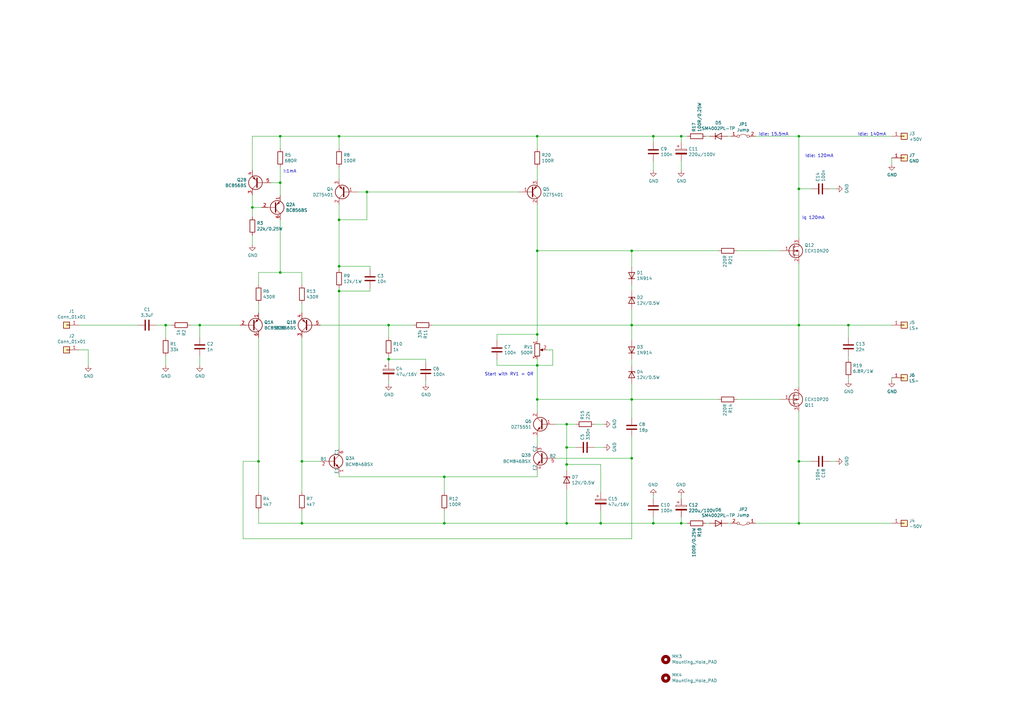
<source format=kicad_sch>
(kicad_sch (version 20211123) (generator eeschema)
  (paper "A3")
  (title_block (title "Lateral MOS FET 80W Cascode") (date "2022-05-03") (rev "V2"))
  (lib_symbols
    (symbol "Connector_Generic:Conn_01x01" (pin_names (offset 1.016) hide)
      (property "Reference" "J" (at 0 2.54 0))
      (property "Value" "Conn_01x01" (at 0 -2.54 0))
      (symbol "Conn_01x01_1_1"
        (rectangle (start -1.27 0.127) (end 0 -0.127) (stroke (width 0.1524)))
        (rectangle (start -1.27 1.27) (end 1.27 -1.27) (stroke (width 0.254)) (fill (type background)))
        (pin passive line (at -5.08 0 0) (length 3.81) (name "Pin_1") (number "1"))
      )
    )
    (symbol "Device:C" (pin_numbers hide) (pin_names (offset 0.254))
      (property "Reference" "C" (at 0.635 2.54 0))
      (property "Value" "C" (at 0.635 -2.54 0))
      (symbol "C_0_1"
        (polyline (pts (xy -2.032 -0.762) (xy 2.032 -0.762)) (stroke (width 0.508)))
        (polyline (pts (xy -2.032 0.762) (xy 2.032 0.762)) (stroke (width 0.508)))
      )
      (symbol "C_1_1"
        (pin passive line (at 0 3.81 270) (length 2.794) (name "~") (number "1"))
        (pin passive line (at 0 -3.81 90) (length 2.794) (name "~") (number "2"))
      )
    )
    (symbol "Device:CP" (pin_numbers hide) (pin_names (offset 0.254))
      (property "Reference" "C" (at 0.635 2.54 0))
      (property "Value" "Device_CP" (at 0.635 -2.54 0))
      (symbol "CP_0_1"
        (rectangle (start -2.286 0.508) (end 2.286 1.016))
        (polyline (pts (xy -1.778 2.286) (xy -0.762 2.286)))
        (polyline (pts (xy -1.27 2.794) (xy -1.27 1.778)))
        (rectangle (start 2.286 -0.508) (end -2.286 -1.016) (fill (type outline)))
      )
      (symbol "CP_1_1"
        (pin passive line (at 0 3.81 270) (length 2.794) (name "~") (number "1"))
        (pin passive line (at 0 -3.81 90) (length 2.794) (name "~") (number "2"))
      )
    )
    (symbol "Device:R" (pin_numbers hide) (pin_names (offset 0))
      (property "Reference" "R" (at 2.032 0 90))
      (property "Value" "R" (at 0 0 90))
      (symbol "R_0_1"
        (rectangle (start -1.016 -2.54) (end 1.016 2.54) (stroke (width 0.254)))
      )
      (symbol "R_1_1"
        (pin passive line (at 0 3.81 270) (length 1.27) (name "~") (number "1"))
        (pin passive line (at 0 -3.81 90) (length 1.27) (name "~") (number "2"))
      )
    )
    (symbol "Device:R_POT" (pin_names (offset 1.016) hide)
      (property "Reference" "RV" (at -4.445 0 90))
      (property "Value" "Device_R_POT" (at -2.54 0 90))
      (symbol "R_POT_0_1"
        (polyline (pts (xy 2.54 0) (xy 1.524 0)))
        (polyline (pts (xy 1.143 0) (xy 2.286 0.508) (xy 2.286 -0.508) (xy 1.143 0)) (fill (type outline)))
        (rectangle (start 1.016 2.54) (end -1.016 -2.54) (stroke (width 0.254)))
      )
      (symbol "R_POT_1_1"
        (pin passive line (at 0 3.81 270) (length 1.27) (name "1") (number "1"))
        (pin passive line (at 3.81 0 180) (length 1.27) (name "2") (number "2"))
        (pin passive line (at 0 -3.81 90) (length 1.27) (name "3") (number "3"))
      )
    )
    (symbol "Diode:1N4002" (pin_numbers hide) (pin_names (offset 1.016) hide)
      (property "Reference" "D" (at 0 2.54 0))
      (property "Value" "1N4002" (at 0 -2.54 0))
      (symbol "1N4002_0_1"
        (polyline (pts (xy -1.27 1.27) (xy -1.27 -1.27)) (stroke (width 0.254)))
        (polyline (pts (xy 1.27 0) (xy -1.27 0)))
        (polyline (pts (xy 1.27 1.27) (xy 1.27 -1.27) (xy -1.27 0) (xy 1.27 1.27)) (stroke (width 0.254)))
      )
      (symbol "1N4002_1_1"
        (pin passive line (at -3.81 0 0) (length 2.54) (name "K") (number "1"))
        (pin passive line (at 3.81 0 180) (length 2.54) (name "A") (number "2"))
      )
    )
    (symbol "Diode:1N4148" (pin_numbers hide) (pin_names (offset 1.016) hide)
      (property "Reference" "D" (at 0 2.54 0))
      (property "Value" "1N4148" (at 0 -2.54 0))
      (symbol "1N4148_0_1"
        (polyline (pts (xy -1.27 1.27) (xy -1.27 -1.27)) (stroke (width 0.254)))
        (polyline (pts (xy 1.27 0) (xy -1.27 0)))
        (polyline (pts (xy 1.27 1.27) (xy 1.27 -1.27) (xy -1.27 0) (xy 1.27 1.27)) (stroke (width 0.254)))
      )
      (symbol "1N4148_1_1"
        (pin passive line (at -3.81 0 0) (length 2.54) (name "K") (number "1"))
        (pin passive line (at 3.81 0 180) (length 2.54) (name "A") (number "2"))
      )
    )
    (symbol "Diode:ZPDxx" (pin_numbers hide) (pin_names (offset 1.016) hide)
      (property "Reference" "D" (at 0 2.54 0))
      (property "Value" "ZPDxx" (at 0 -2.54 0))
      (symbol "ZPDxx_0_1"
        (polyline (pts (xy 1.27 0) (xy -1.27 0)))
        (polyline (pts (xy -1.27 -1.27) (xy -1.27 1.27) (xy -0.762 1.27)) (stroke (width 0.254)))
        (polyline (pts (xy 1.27 -1.27) (xy 1.27 1.27) (xy -1.27 0) (xy 1.27 -1.27)) (stroke (width 0.254)))
      )
      (symbol "ZPDxx_1_1"
        (pin passive line (at -3.81 0 0) (length 2.54) (name "K") (number "1"))
        (pin passive line (at 3.81 0 180) (length 2.54) (name "A") (number "2"))
      )
    )
    (symbol "Jumper:Jumper_2_Bridged" (pin_names (offset 0) hide)
      (property "Reference" "JP" (at 0 1.905 0))
      (property "Value" "Jumper_2_Bridged" (at 0 -2.54 0))
      (symbol "Jumper_2_Bridged_0_0"
        (circle (center -2.032 0) (radius 0.508))
        (circle (center 2.032 0) (radius 0.508))
      )
      (symbol "Jumper_2_Bridged_0_1"
        (arc (start 1.524 0.254) (mid 0 0.762) (end -1.524 0.254))
      )
      (symbol "Jumper_2_Bridged_1_1"
        (pin passive line (at -5.08 0 0) (length 2.54) (name "A") (number "1"))
        (pin passive line (at 5.08 0 180) (length 2.54) (name "B") (number "2"))
      )
    )
    (symbol "Mechanical:MountingHole" (pin_names (offset 1.016))
      (property "Reference" "H" (at 0 5.08 0))
      (property "Value" "MountingHole" (at 0 3.175 0))
      (symbol "MountingHole_0_1"
        (circle (center 0 0) (radius 1.27) (stroke (width 1.27)))
      )
    )
    (symbol "Transistor_BJT:BC856BS" (pin_names (offset 0) hide)
      (property "Reference" "Q" (at 5.08 1.27 0))
      (property "Value" "BC856BS" (at 5.08 -1.27 0))
      (symbol "BC856BS_0_1"
        (polyline (pts (xy 0.635 0) (xy -2.54 0)))
        (polyline (pts (xy 0.635 0.635) (xy 2.54 2.54)))
        (polyline (pts (xy 0.635 -0.635) (xy 2.54 -2.54) (xy 2.54 -2.54)))
        (polyline (pts (xy 0.635 1.905) (xy 0.635 -1.905) (xy 0.635 -1.905)) (stroke (width 0.508)))
        (polyline (pts (xy 2.286 -1.778) (xy 1.778 -2.286) (xy 1.27 -1.27) (xy 2.286 -1.778) (xy 2.286 -1.778)) (fill (type outline)))
        (circle (center 1.27 0) (radius 2.8194) (stroke (width 0.254)))
      )
      (symbol "BC856BS_1_1"
        (pin passive line (at 2.54 -5.08 90) (length 2.54) (name "E1") (number "1"))
        (pin input line (at -5.08 0 0) (length 2.54) (name "B1") (number "2"))
        (pin passive line (at 2.54 5.08 270) (length 2.54) (name "C1") (number "6"))
      )
      (symbol "BC856BS_2_1"
        (pin passive line (at 2.54 5.08 270) (length 2.54) (name "C2") (number "3"))
        (pin passive line (at 2.54 -5.08 90) (length 2.54) (name "E2") (number "4"))
        (pin input line (at -5.08 0 0) (length 2.54) (name "B2") (number "5"))
      )
    )
    (symbol "kicad-snk:BCM847DS,115" (pin_names (offset 0))
      (property "Reference" "Q" (at 5.08 1.27 0))
      (property "Value" "BCM847DS,115" (at 5.08 -1.27 0))
      (symbol "BCM847DS,115_0_1"
        (polyline (pts (xy 0.635 0) (xy -2.54 0)))
        (polyline (pts (xy 0.635 0.635) (xy 2.54 2.54)))
        (polyline (pts (xy 0.635 -0.635) (xy 2.54 -2.54) (xy 2.54 -2.54)))
        (polyline (pts (xy 0.635 1.905) (xy 0.635 -1.905) (xy 0.635 -1.905)) (stroke (width 0.508)))
        (polyline (pts (xy 1.27 -1.778) (xy 1.778 -1.27) (xy 2.286 -2.286) (xy 1.27 -1.778) (xy 1.27 -1.778)) (fill (type outline)))
        (circle (center 1.27 0) (radius 2.8194) (stroke (width 0.254)))
      )
      (symbol "BCM847DS,115_1_1"
        (pin passive line (at 2.54 -5.08 90) (length 2.54) (name "E1") (number "1"))
        (pin input line (at -5.08 0 0) (length 2.54) (name "B1") (number "2"))
        (pin passive line (at 2.54 5.08 270) (length 2.54) (name "C1") (number "6"))
      )
      (symbol "BCM847DS,115_2_1"
        (pin passive line (at 2.54 5.08 270) (length 2.54) (name "C2") (number "3"))
        (pin passive line (at 2.54 -5.08 90) (length 2.54) (name "E2") (number "4"))
        (pin input line (at -5.08 0 0) (length 2.54) (name "B2") (number "5"))
      )
    )
    (symbol "kicad-snk:DZT5401" (pin_names (offset 0) hide)
      (property "Reference" "Q" (at 5.08 1.905 0))
      (property "Value" "kicad-snk_DZT5401" (at 5.08 0 0))
      (symbol "DZT5401_0_1"
        (polyline (pts (xy 0.635 0.635) (xy 2.54 2.54)))
        (polyline (pts (xy 0.635 -0.635) (xy 2.54 -2.54) (xy 2.54 -2.54)))
        (polyline (pts (xy 0.635 1.905) (xy 0.635 -1.905) (xy 0.635 -1.905)) (stroke (width 0.508)))
        (polyline (pts (xy 2.286 -1.778) (xy 1.778 -2.286) (xy 1.27 -1.27) (xy 2.286 -1.778) (xy 2.286 -1.778)) (fill (type outline)))
        (circle (center 1.27 0) (radius 2.8194) (stroke (width 0.254)))
      )
      (symbol "DZT5401_1_1"
        (pin input line (at -5.08 0 0) (length 5.715) (name "B") (number "1"))
        (pin passive line (at 2.54 5.08 270) (length 2.54) (name "C") (number "2"))
        (pin passive line (at 2.54 -5.08 90) (length 2.54) (name "E") (number "3"))
      )
    )
    (symbol "kicad-snk:DZT5551" (pin_names (offset 0) hide)
      (property "Reference" "Q" (at 5.08 1.905 0))
      (property "Value" "kicad-snk_DZT5551" (at 5.08 0 0))
      (symbol "DZT5551_0_1"
        (polyline (pts (xy 0.635 0.635) (xy 2.54 2.54)))
        (polyline (pts (xy 0.635 -0.635) (xy 2.54 -2.54) (xy 2.54 -2.54)))
        (polyline (pts (xy 0.635 1.905) (xy 0.635 -1.905) (xy 0.635 -1.905)) (stroke (width 0.508)))
        (polyline (pts (xy 1.27 -1.778) (xy 1.778 -1.27) (xy 2.286 -2.286) (xy 1.27 -1.778) (xy 1.27 -1.778)) (fill (type outline)))
        (circle (center 1.27 0) (radius 2.8194) (stroke (width 0.254)))
      )
      (symbol "DZT5551_1_1"
        (pin input line (at -5.08 0 0) (length 5.715) (name "B") (number "1"))
        (pin passive line (at 2.54 5.08 270) (length 2.54) (name "C") (number "2"))
        (pin passive line (at 2.54 -5.08 90) (length 2.54) (name "E") (number "3"))
      )
    )
    (symbol "kicad-snk:Q_NMOS_GSD" (pin_names (offset 0) hide)
      (property "Reference" "Q" (at 7.62 1.27 0))
      (property "Value" "kicad-snk_Q_NMOS_GSD" (at 16.51 -1.27 0))
      (symbol "Q_NMOS_GSD_0_1"
        (polyline (pts (xy 0.762 -1.778) (xy 2.54 -1.778)))
        (polyline (pts (xy 0.762 -1.27) (xy 0.762 -2.286)) (stroke (width 0.254)))
        (polyline (pts (xy 0.762 0) (xy 2.54 0)))
        (polyline (pts (xy 0.762 0.508) (xy 0.762 -0.508)) (stroke (width 0.254)))
        (polyline (pts (xy 0.762 1.778) (xy 2.54 1.778)))
        (polyline (pts (xy 0.762 2.286) (xy 0.762 1.27)) (stroke (width 0.254)))
        (polyline (pts (xy 2.54 -1.778) (xy 2.54 -2.54)))
        (polyline (pts (xy 2.54 -1.778) (xy 2.54 0)))
        (polyline (pts (xy 2.54 2.54) (xy 2.54 1.778)))
        (polyline (pts (xy 0.254 1.905) (xy 0.254 -1.905) (xy 0.254 -1.905)) (stroke (width 0.254)))
        (polyline (pts (xy 1.016 0) (xy 2.032 0.381) (xy 2.032 -0.381) (xy 1.016 0)) (fill (type outline)))
        (circle (center 1.27 0) (radius 2.8194) (stroke (width 0.254)))
      )
      (symbol "Q_NMOS_GSD_1_1"
        (pin input line (at -5.08 0 0) (length 5.334) (name "G") (number "1"))
        (pin passive line (at 2.54 -5.08 90) (length 2.54) (name "S") (number "2"))
        (pin passive line (at 2.54 5.08 270) (length 2.54) (name "D") (number "3"))
      )
    )
    (symbol "kicad-snk:Q_PMOS_GSD" (pin_names (offset 0) hide)
      (property "Reference" "Q" (at 7.62 1.27 0))
      (property "Value" "kicad-snk_Q_PMOS_GSD" (at 16.51 -1.27 0))
      (symbol "Q_PMOS_GSD_0_1"
        (polyline (pts (xy 0.762 -1.778) (xy 2.54 -1.778)))
        (polyline (pts (xy 0.762 -1.27) (xy 0.762 -2.286)) (stroke (width 0.254)))
        (polyline (pts (xy 0.762 0) (xy 2.54 0)))
        (polyline (pts (xy 0.762 0.508) (xy 0.762 -0.508)) (stroke (width 0.254)))
        (polyline (pts (xy 0.762 1.778) (xy 2.54 1.778)))
        (polyline (pts (xy 0.762 2.286) (xy 0.762 1.27)) (stroke (width 0.254)))
        (polyline (pts (xy 2.54 -1.778) (xy 2.54 -2.54)))
        (polyline (pts (xy 2.54 -1.778) (xy 2.54 0)))
        (polyline (pts (xy 2.54 2.54) (xy 2.54 1.778)))
        (polyline (pts (xy 0.254 1.905) (xy 0.254 -1.905) (xy 0.254 -1.905)) (stroke (width 0.254)))
        (polyline (pts (xy 2.286 0) (xy 1.27 -0.381) (xy 1.27 0.381) (xy 2.286 0)) (fill (type outline)))
        (circle (center 1.27 0) (radius 2.8194) (stroke (width 0.254)))
      )
      (symbol "Q_PMOS_GSD_1_1"
        (pin input line (at -5.08 0 0) (length 5.334) (name "G") (number "1"))
        (pin passive line (at 2.54 -5.08 90) (length 2.54) (name "D") (number "2"))
        (pin passive line (at 2.54 5.08 270) (length 2.54) (name "S") (number "3"))
      )
    )
    (symbol "power:GND" (power) (pin_names (offset 0))
      (property "Value" "GND" (at 0 -3.81 0))
      (symbol "GND_0_1"
        (polyline (pts (xy 0 0) (xy 0 -1.27) (xy 1.27 -1.27) (xy 0 -2.54) (xy -1.27 -1.27) (xy 0 -1.27)))
      )
      (symbol "GND_1_1"
        (pin power_in line (at 0 0 270) (length 0) hide (name "GND") (number "1"))
      )
    )
  )
  (junction (at 182.245 214.63))
  (junction (at 114.935 74.93))
  (junction (at 259.08 102.87))
  (junction (at 159.385 133.35))
  (junction (at 150.495 78.74))
  (junction (at 347.98 133.35))
  (junction (at 246.38 214.63))
  (junction (at 220.345 163.83))
  (junction (at 220.345 137.16))
  (junction (at 139.065 90.17))
  (junction (at 220.345 55.88))
  (junction (at 259.08 163.83))
  (junction (at 220.345 102.87))
  (junction (at 232.41 173.99))
  (junction (at 267.97 214.63))
  (junction (at 67.945 133.35))
  (junction (at 259.08 133.35))
  (junction (at 139.065 109.22))
  (junction (at 220.345 149.86))
  (junction (at 267.97 55.88))
  (junction (at 327.66 189.23))
  (junction (at 279.4 55.88))
  (junction (at 327.66 55.88))
  (junction (at 114.935 55.88))
  (junction (at 123.825 189.23))
  (junction (at 182.245 195.58))
  (junction (at 327.66 133.35))
  (junction (at 232.41 214.63))
  (junction (at 232.41 190.5))
  (junction (at 327.66 214.63))
  (junction (at 106.045 189.23))
  (junction (at 232.41 183.515))
  (junction (at 259.08 187.96))
  (junction (at 123.825 214.63))
  (junction (at 114.935 111.76))
  (junction (at 103.505 85.09))
  (junction (at 139.065 119.38))
  (junction (at 139.065 55.88))
  (junction (at 81.915 133.35))
  (junction (at 279.4 214.63))
  (junction (at 327.66 77.47))
  (junction (at 159.385 147.32))
  (wire (pts (xy 36.195 143.51) (xy 32.385 143.51)))
  (wire (pts (xy 226.695 149.86) (xy 226.695 143.51)))
  (wire (pts (xy 309.88 214.63) (xy 327.66 214.63)))
  (wire (pts (xy 106.045 111.76) (xy 106.045 116.84)))
  (wire (pts (xy 174.625 147.32) (xy 159.385 147.32)))
  (wire (pts (xy 259.08 163.83) (xy 294.64 163.83)))
  (wire (pts (xy 232.41 173.99) (xy 236.22 173.99)))
  (wire (pts (xy 139.065 194.31) (xy 139.065 195.58)))
  (wire (pts (xy 327.66 214.63) (xy 327.66 189.23)))
  (wire (pts (xy 174.625 148.59) (xy 174.625 147.32)))
  (wire (pts (xy 232.41 183.515) (xy 232.41 173.99)))
  (wire (pts (xy 246.38 190.5) (xy 232.41 190.5)))
  (wire (pts (xy 259.08 139.7) (xy 259.08 133.35)))
  (wire (pts (xy 259.08 109.22) (xy 259.08 102.87)))
  (wire (pts (xy 123.825 138.43) (xy 123.825 189.23)))
  (wire (pts (xy 220.345 179.07) (xy 220.345 182.88)))
  (wire (pts (xy 177.165 133.35) (xy 259.08 133.35)))
  (wire (pts (xy 267.97 55.88) (xy 267.97 58.42)))
  (wire (pts (xy 32.385 133.35) (xy 56.515 133.35)))
  (wire (pts (xy 259.08 133.35) (xy 259.08 127)))
  (wire (pts (xy 267.97 66.04) (xy 267.97 69.85)))
  (wire (pts (xy 332.74 77.47) (xy 327.66 77.47)))
  (wire (pts (xy 151.765 110.49) (xy 151.765 109.22)))
  (wire (pts (xy 332.74 189.23) (xy 327.66 189.23)))
  (wire (pts (xy 114.935 74.93) (xy 114.935 68.58)))
  (wire (pts (xy 220.345 149.86) (xy 220.345 163.83)))
  (wire (pts (xy 279.4 55.88) (xy 279.4 58.42)))
  (wire (pts (xy 327.66 97.79) (xy 327.66 77.47)))
  (wire (pts (xy 159.385 146.05) (xy 159.385 147.32)))
  (wire (pts (xy 232.41 183.515) (xy 236.22 183.515)))
  (wire (pts (xy 327.66 133.35) (xy 327.66 158.75)))
  (wire (pts (xy 220.345 149.86) (xy 226.695 149.86)))
  (wire (pts (xy 220.345 55.88) (xy 139.065 55.88)))
  (wire (pts (xy 99.695 189.23) (xy 99.695 220.98)))
  (wire (pts (xy 290.83 55.88) (xy 289.56 55.88)))
  (wire (pts (xy 81.915 138.43) (xy 81.915 133.35)))
  (wire (pts (xy 302.26 163.83) (xy 320.04 163.83)))
  (wire (pts (xy 114.935 111.76) (xy 106.045 111.76)))
  (wire (pts (xy 159.385 147.32) (xy 159.385 148.59)))
  (wire (pts (xy 139.065 90.17) (xy 139.065 83.82)))
  (wire (pts (xy 182.245 195.58) (xy 220.345 195.58)))
  (wire (pts (xy 111.125 74.93) (xy 114.935 74.93)))
  (wire (pts (xy 150.495 90.17) (xy 150.495 78.74)))
  (wire (pts (xy 139.065 60.96) (xy 139.065 55.88)))
  (wire (pts (xy 298.45 55.88) (xy 299.72 55.88)))
  (wire (pts (xy 106.045 128.27) (xy 106.045 124.46)))
  (wire (pts (xy 365.76 64.77) (xy 365.76 67.31)))
  (wire (pts (xy 220.345 139.7) (xy 220.345 137.16)))
  (wire (pts (xy 246.38 214.63) (xy 267.97 214.63)))
  (wire (pts (xy 114.935 55.88) (xy 103.505 55.88)))
  (wire (pts (xy 327.66 77.47) (xy 327.66 55.88)))
  (wire (pts (xy 220.345 147.32) (xy 220.345 149.86)))
  (wire (pts (xy 220.345 73.66) (xy 220.345 68.58)))
  (wire (pts (xy 106.045 201.93) (xy 106.045 189.23)))
  (wire (pts (xy 139.065 119.38) (xy 139.065 118.11)))
  (wire (pts (xy 151.765 118.11) (xy 151.765 119.38)))
  (wire (pts (xy 327.66 168.91) (xy 327.66 189.23)))
  (wire (pts (xy 259.08 102.87) (xy 294.64 102.87)))
  (wire (pts (xy 347.98 138.43) (xy 347.98 133.35)))
  (wire (pts (xy 232.41 200.66) (xy 232.41 214.63)))
  (wire (pts (xy 81.915 149.86) (xy 81.915 146.05)))
  (wire (pts (xy 67.945 149.86) (xy 67.945 146.05)))
  (wire (pts (xy 114.935 80.01) (xy 114.935 74.93)))
  (wire (pts (xy 347.98 156.21) (xy 347.98 154.94)))
  (wire (pts (xy 159.385 133.35) (xy 131.445 133.35)))
  (wire (pts (xy 232.41 190.5) (xy 232.41 183.515)))
  (wire (pts (xy 139.065 73.66) (xy 139.065 68.58)))
  (wire (pts (xy 203.835 139.7) (xy 203.835 137.16)))
  (wire (pts (xy 81.915 133.35) (xy 98.425 133.35)))
  (wire (pts (xy 246.38 209.55) (xy 246.38 214.63)))
  (wire (pts (xy 302.26 102.87) (xy 320.04 102.87)))
  (wire (pts (xy 259.08 149.86) (xy 259.08 147.32)))
  (wire (pts (xy 342.9 77.47) (xy 340.36 77.47)))
  (wire (pts (xy 123.825 116.84) (xy 123.825 111.76)))
  (wire (pts (xy 279.4 214.63) (xy 267.97 214.63)))
  (wire (pts (xy 309.88 55.88) (xy 327.66 55.88)))
  (wire (pts (xy 279.4 212.09) (xy 279.4 214.63)))
  (wire (pts (xy 103.505 80.01) (xy 103.505 85.09)))
  (wire (pts (xy 347.98 147.32) (xy 347.98 146.05)))
  (wire (pts (xy 174.625 157.48) (xy 174.625 156.21)))
  (wire (pts (xy 327.66 55.88) (xy 365.76 55.88)))
  (wire (pts (xy 67.945 138.43) (xy 67.945 133.35)))
  (wire (pts (xy 150.495 78.74) (xy 212.725 78.74)))
  (wire (pts (xy 182.245 214.63) (xy 182.245 209.55)))
  (wire (pts (xy 103.505 100.33) (xy 103.505 96.52)))
  (wire (pts (xy 299.72 214.63) (xy 298.45 214.63)))
  (wire (pts (xy 139.065 90.17) (xy 150.495 90.17)))
  (wire (pts (xy 114.935 60.96) (xy 114.935 55.88)))
  (wire (pts (xy 139.065 119.38) (xy 139.065 184.15)))
  (wire (pts (xy 365.76 133.35) (xy 347.98 133.35)))
  (wire (pts (xy 281.94 55.88) (xy 279.4 55.88)))
  (wire (pts (xy 227.965 187.96) (xy 259.08 187.96)))
  (wire (pts (xy 106.045 214.63) (xy 123.825 214.63)))
  (wire (pts (xy 139.065 195.58) (xy 182.245 195.58)))
  (wire (pts (xy 203.835 147.32) (xy 203.835 149.86)))
  (wire (pts (xy 232.41 193.04) (xy 232.41 190.5)))
  (wire (pts (xy 220.345 163.83) (xy 259.08 163.83)))
  (wire (pts (xy 139.065 55.88) (xy 114.935 55.88)))
  (wire (pts (xy 259.08 163.83) (xy 259.08 171.45)))
  (wire (pts (xy 220.345 55.88) (xy 220.345 60.96)))
  (wire (pts (xy 327.66 107.95) (xy 327.66 133.35)))
  (wire (pts (xy 123.825 209.55) (xy 123.825 214.63)))
  (wire (pts (xy 139.065 119.38) (xy 151.765 119.38)))
  (wire (pts (xy 279.4 66.04) (xy 279.4 69.85)))
  (wire (pts (xy 103.505 85.09) (xy 103.505 88.9)))
  (wire (pts (xy 220.345 163.83) (xy 220.345 168.91)))
  (wire (pts (xy 347.98 133.35) (xy 327.66 133.35)))
  (wire (pts (xy 64.135 133.35) (xy 67.945 133.35)))
  (wire (pts (xy 220.345 195.58) (xy 220.345 193.04)))
  (wire (pts (xy 243.84 173.99) (xy 247.65 173.99)))
  (wire (pts (xy 139.065 109.22) (xy 151.765 109.22)))
  (wire (pts (xy 139.065 110.49) (xy 139.065 109.22)))
  (wire (pts (xy 246.38 201.93) (xy 246.38 190.5)))
  (wire (pts (xy 267.97 204.47) (xy 267.97 203.2)))
  (wire (pts (xy 159.385 157.48) (xy 159.385 156.21)))
  (wire (pts (xy 259.08 157.48) (xy 259.08 163.83)))
  (wire (pts (xy 123.825 111.76) (xy 114.935 111.76)))
  (wire (pts (xy 81.915 133.35) (xy 78.105 133.35)))
  (wire (pts (xy 342.9 189.23) (xy 340.36 189.23)))
  (wire (pts (xy 220.345 83.82) (xy 220.345 102.87)))
  (wire (pts (xy 203.835 149.86) (xy 220.345 149.86)))
  (wire (pts (xy 146.685 78.74) (xy 150.495 78.74)))
  (wire (pts (xy 106.045 209.55) (xy 106.045 214.63)))
  (wire (pts (xy 224.155 143.51) (xy 226.695 143.51)))
  (wire (pts (xy 123.825 124.46) (xy 123.825 128.27)))
  (wire (pts (xy 123.825 201.93) (xy 123.825 189.23)))
  (wire (pts (xy 259.08 179.07) (xy 259.08 187.96)))
  (wire (pts (xy 227.965 173.99) (xy 232.41 173.99)))
  (wire (pts (xy 290.83 214.63) (xy 289.56 214.63)))
  (wire (pts (xy 327.66 214.63) (xy 365.76 214.63)))
  (wire (pts (xy 279.4 203.2) (xy 279.4 204.47)))
  (wire (pts (xy 103.505 55.88) (xy 103.505 69.85)))
  (wire (pts (xy 123.825 214.63) (xy 182.245 214.63)))
  (wire (pts (xy 220.345 102.87) (xy 259.08 102.87)))
  (wire (pts (xy 232.41 214.63) (xy 246.38 214.63)))
  (wire (pts (xy 107.315 85.09) (xy 103.505 85.09)))
  (wire (pts (xy 182.245 214.63) (xy 232.41 214.63)))
  (wire (pts (xy 99.695 220.98) (xy 259.08 220.98)))
  (wire (pts (xy 70.485 133.35) (xy 67.945 133.35)))
  (wire (pts (xy 36.195 149.86) (xy 36.195 143.51)))
  (wire (pts (xy 139.065 109.22) (xy 139.065 90.17)))
  (wire (pts (xy 159.385 133.35) (xy 169.545 133.35)))
  (wire (pts (xy 106.045 138.43) (xy 106.045 189.23)))
  (wire (pts (xy 220.345 102.87) (xy 220.345 137.16)))
  (wire (pts (xy 106.045 189.23) (xy 99.695 189.23)))
  (wire (pts (xy 203.835 137.16) (xy 220.345 137.16)))
  (wire (pts (xy 267.97 212.09) (xy 267.97 214.63)))
  (wire (pts (xy 220.345 55.88) (xy 267.97 55.88)))
  (wire (pts (xy 243.84 183.515) (xy 247.65 183.515)))
  (wire (pts (xy 259.08 133.35) (xy 327.66 133.35)))
  (wire (pts (xy 259.08 119.38) (xy 259.08 116.84)))
  (wire (pts (xy 159.385 138.43) (xy 159.385 133.35)))
  (wire (pts (xy 279.4 55.88) (xy 267.97 55.88)))
  (wire (pts (xy 259.08 220.98) (xy 259.08 187.96)))
  (wire (pts (xy 182.245 201.93) (xy 182.245 195.58)))
  (wire (pts (xy 281.94 214.63) (xy 279.4 214.63)))
  (wire (pts (xy 114.935 111.76) (xy 114.935 90.17)))
  (wire (pts (xy 365.76 156.21) (xy 365.76 154.94)))
  (wire (pts (xy 131.445 189.23) (xy 123.825 189.23)))
  (text "Idle: 120mA" (at 330.2 64.77 0) (effects (font (size 1.27 1.27)) (justify left bottom)))
  (text "Iq 120mA" (at 328.93 90.17 0) (effects (font (size 1.27 1.27)) (justify left bottom)))
  (text "Idle: 15.5mA" (at 311.15 55.88 0) (effects (font (size 1.27 1.27)) (justify left bottom)))
  (text "Idle: 140mA" (at 351.79 55.88 0) (effects (font (size 1.27 1.27)) (justify left bottom)))
  (text "I:1mA" (at 116.205 71.12 0) (effects (font (size 1.27 1.27)) (justify left bottom)))
  (text "Start with RV1 = 0R" (at 198.755 154.305 0) (effects (font (size 1.27 1.27)) (justify left bottom)))
  (symbol (lib_id "Device:R") (at 74.295 133.35 270) (unit 1)
    (property "Reference" "R2" (at 75.4634 135.128 0) (effects (justify left)))
    (property "Value" "1k" (at 73.152 135.128 0) (effects (justify left)))
    (property "Footprint" "Resistor_SMD:R_0805_2012Metric_Pad1.20x1.40mm_HandSolder" (effects hide))
  )
  (symbol (lib_id "Device:C") (at 81.915 142.24 0) (unit 1)
    (property "Reference" "C2" (at 84.836 141.0716 0) (effects (justify left)))
    (property "Value" "1n" (at 84.836 143.383 0) (effects (justify left)))
    (property "Footprint" "Capacitor_THT:C_Rect_L7.2mm_W2.5mm_P5.00mm_FKS2_FKP2_MKS2_MKP2" (effects hide))
  )
  (symbol (lib_id "Device:C") (at 60.325 133.35 270) (unit 1)
    (property "Reference" "C1" (at 60.325 126.9492 90))
    (property "Value" "3.3uF" (at 60.325 129.2606 90))
    (property "Footprint" "Capacitor_THT:C_Rect_L7.2mm_W7.2mm_P5.00mm_FKS2_FKP2_MKS2_MKP2" (effects hide))
  )
  (symbol (lib_id "power:GND") (at 67.945 149.86 0) (unit 1)
    (property "Reference" "#PWR0101" (effects hide))
    (property "Value" "GND" (at 68.072 154.2542 0))
  )
  (symbol (lib_id "Device:R") (at 67.945 142.24 0) (unit 1)
    (property "Reference" "R1" (at 69.723 141.0716 0) (effects (justify left)))
    (property "Value" "33k" (at 69.723 143.383 0) (effects (justify left)))
    (property "Footprint" "Resistor_SMD:R_0805_2012Metric_Pad1.20x1.40mm_HandSolder" (effects hide))
  )
  (symbol (lib_id "power:GND") (at 36.195 149.86 0) (unit 1)
    (property "Reference" "#PWR0102" (effects hide))
    (property "Value" "GND" (at 36.322 154.2542 0))
  )
  (symbol (lib_id "Connector_Generic:Conn_01x01") (at 27.305 133.35 180) (unit 1)
    (property "Reference" "J1" (at 29.3878 127.635 0))
    (property "Value" "Conn_01x01" (at 29.3878 129.9464 0))
    (property "Footprint" "Connector_Pin:Pin_D1.0mm_L10.0mm" (effects hide))
  )
  (symbol (lib_id "Connector_Generic:Conn_01x01") (at 27.305 143.51 180) (unit 1)
    (property "Reference" "J2" (at 29.3878 137.795 0))
    (property "Value" "Conn_01x01" (at 29.3878 140.1064 0))
    (property "Footprint" "Connector_Pin:Pin_D1.0mm_L10.0mm" (effects hide))
  )
  (symbol (lib_id "Device:R") (at 106.045 120.65 0) (unit 1)
    (property "Reference" "R6" (at 107.823 119.4816 0) (effects (justify left)))
    (property "Value" "430R" (at 107.823 121.793 0) (effects (justify left)))
    (property "Footprint" "Resistor_SMD:R_0805_2012Metric_Pad1.20x1.40mm_HandSolder" (effects hide))
  )
  (symbol (lib_id "Device:R") (at 103.505 92.71 0) (unit 1)
    (property "Reference" "R3" (at 105.283 91.5416 0) (effects (justify left)))
    (property "Value" "22k/0.25W" (at 105.283 93.853 0) (effects (justify left)))
    (property "Footprint" "Resistor_SMD:R_0805_2012Metric_Pad1.20x1.40mm_HandSolder" (effects hide))
  )
  (symbol (lib_id "power:GND") (at 103.505 100.33 0) (unit 1)
    (property "Reference" "#PWR0103" (effects hide))
    (property "Value" "GND" (at 103.632 104.7242 0))
  )
  (symbol (lib_id "Jumper:Jumper_2_Bridged") (at 304.8 55.88 0) (unit 1)
    (property "Reference" "JP1" (at 304.8 50.927 0))
    (property "Value" "Jump" (at 304.8 53.2384 0))
    (property "Footprint" "Connector_PinHeader_2.54mm:PinHeader_1x02_P2.54mm_Vertical" (effects hide))
  )
  (symbol (lib_id "Device:R") (at 114.935 64.77 0) (unit 1)
    (property "Reference" "R5" (at 116.713 63.6016 0) (effects (justify left)))
    (property "Value" "680R" (at 116.713 65.913 0) (effects (justify left)))
    (property "Footprint" "Resistor_SMD:R_0805_2012Metric_Pad1.20x1.40mm_HandSolder" (effects hide))
  )
  (symbol (lib_id "Jumper:Jumper_2_Bridged") (at 304.8 214.63 180) (unit 1)
    (property "Reference" "JP2" (at 304.8 208.915 0))
    (property "Value" "Jump" (at 304.8 211.2264 0))
    (property "Footprint" "Connector_PinHeader_2.54mm:PinHeader_1x02_P2.54mm_Vertical" (effects hide))
  )
  (symbol (lib_id "Device:R") (at 139.065 64.77 0) (unit 1)
    (property "Reference" "R8" (at 140.843 63.6016 0) (effects (justify left)))
    (property "Value" "100R" (at 140.843 65.913 0) (effects (justify left)))
    (property "Footprint" "Resistor_SMD:R_0805_2012Metric_Pad1.20x1.40mm_HandSolder" (effects hide))
  )
  (symbol (lib_id "Device:CP") (at 159.385 152.4 0) (unit 1)
    (property "Reference" "C4" (at 162.3822 151.2316 0) (effects (justify left)))
    (property "Value" "47u/16V" (at 162.3822 153.543 0) (effects (justify left)))
    (property "Footprint" "Capacitor_THT:CP_Radial_D5.0mm_P2.00mm" (effects hide))
  )
  (symbol (lib_id "Device:C") (at 174.625 152.4 0) (unit 1)
    (property "Reference" "C6" (at 177.546 151.2316 0) (effects (justify left)))
    (property "Value" "100n" (at 177.546 153.543 0) (effects (justify left)))
    (property "Footprint" "Capacitor_THT:C_Rect_L7.2mm_W2.5mm_P5.00mm_FKS2_FKP2_MKS2_MKP2" (effects hide))
  )
  (symbol (lib_id "Device:R") (at 159.385 142.24 0) (unit 1)
    (property "Reference" "R10" (at 161.163 141.0716 0) (effects (justify left)))
    (property "Value" "1k" (at 161.163 143.383 0) (effects (justify left)))
    (property "Footprint" "Resistor_SMD:R_0805_2012Metric_Pad1.20x1.40mm_HandSolder" (effects hide))
  )
  (symbol (lib_id "Device:R") (at 123.825 205.74 0) (unit 1)
    (property "Reference" "R7" (at 125.603 204.5716 0) (effects (justify left)))
    (property "Value" "4k7" (at 125.603 206.883 0) (effects (justify left)))
    (property "Footprint" "Resistor_SMD:R_0805_2012Metric_Pad1.20x1.40mm_HandSolder" (effects hide))
  )
  (symbol (lib_id "Device:R") (at 106.045 205.74 0) (unit 1)
    (property "Reference" "R4" (at 107.823 204.5716 0) (effects (justify left)))
    (property "Value" "4k7" (at 107.823 206.883 0) (effects (justify left)))
    (property "Footprint" "Resistor_SMD:R_0805_2012Metric_Pad1.20x1.40mm_HandSolder" (effects hide))
  )
  (symbol (lib_id "power:GND") (at 81.915 149.86 0) (unit 1)
    (property "Reference" "#PWR0104" (effects hide))
    (property "Value" "GND" (at 82.042 154.2542 0))
  )
  (symbol (lib_id "Device:R") (at 139.065 114.3 0) (unit 1)
    (property "Reference" "R9" (at 140.843 113.1316 0) (effects (justify left)))
    (property "Value" "12k/1W" (at 140.843 115.443 0) (effects (justify left)))
    (property "Footprint" "Resistor_SMD:R_1206_3216Metric_Pad1.30x1.75mm_HandSolder" (effects hide))
  )
  (symbol (lib_id "Device:R") (at 173.355 133.35 270) (unit 1)
    (property "Reference" "R11" (at 174.5234 135.128 0) (effects (justify left)))
    (property "Value" "33k" (at 172.212 135.128 0) (effects (justify left)))
    (property "Footprint" "Resistor_SMD:R_0805_2012Metric_Pad1.20x1.40mm_HandSolder" (effects hide))
  )
  (symbol (lib_id "Device:C") (at 151.765 114.3 0) (unit 1)
    (property "Reference" "C3" (at 154.686 113.1316 0) (effects (justify left)))
    (property "Value" "10n" (at 154.686 115.443 0) (effects (justify left)))
    (property "Footprint" "Capacitor_THT:C_Rect_L7.2mm_W2.5mm_P5.00mm_FKS2_FKP2_MKS2_MKP2" (effects hide))
  )
  (symbol (lib_id "Connector_Generic:Conn_01x01") (at 370.84 55.88 0) (unit 1)
    (property "Reference" "J3" (at 372.872 54.8132 0) (effects (justify left)))
    (property "Value" "+50V" (at 372.872 57.1246 0) (effects (justify left)))
    (property "Footprint" "kicad-snk:TE-726386-2_Pitch5.08mm_Drill1.3mm" (effects hide))
  )
  (symbol (lib_id "Connector_Generic:Conn_01x01") (at 370.84 214.63 0) (unit 1)
    (property "Reference" "J4" (at 372.872 213.5632 0) (effects (justify left)))
    (property "Value" "-50V" (at 372.872 215.8746 0) (effects (justify left)))
    (property "Footprint" "kicad-snk:TE-726386-2_Pitch5.08mm_Drill1.3mm" (effects hide))
  )
  (symbol (lib_id "power:GND") (at 347.98 156.21 0) (unit 1)
    (property "Reference" "#PWR0109" (effects hide))
    (property "Value" "GND" (at 348.107 160.6042 0))
  )
  (symbol (lib_id "Connector_Generic:Conn_01x01") (at 370.84 154.94 0) (unit 1)
    (property "Reference" "J6" (at 372.872 153.8732 0) (effects (justify left)))
    (property "Value" "LS-" (at 372.872 156.1846 0) (effects (justify left)))
    (property "Footprint" "kicad-snk:TE-726386-2_Pitch5.08mm_Drill1.3mm" (effects hide))
  )
  (symbol (lib_id "Connector_Generic:Conn_01x01") (at 370.84 133.35 0) (unit 1)
    (property "Reference" "J5" (at 372.872 132.2832 0) (effects (justify left)))
    (property "Value" "LS+" (at 372.872 134.5946 0) (effects (justify left)))
    (property "Footprint" "kicad-snk:TE-726386-2_Pitch5.08mm_Drill1.3mm" (effects hide))
  )
  (symbol (lib_id "power:GND") (at 365.76 156.21 0) (unit 1)
    (property "Reference" "#PWR0110" (effects hide))
    (property "Value" "GND" (at 365.887 160.6042 0))
  )
  (symbol (lib_id "Device:R_POT") (at 220.345 143.51 0) (unit 1)
    (property "Reference" "RV1" (at 218.5924 142.3416 0) (effects (justify right)))
    (property "Value" "500R" (at 218.5924 144.653 0) (effects (justify right)))
    (property "Footprint" "Potentiometer_THT:Potentiometer_Bourns_3296W_Vertical" (effects hide))
  )
  (symbol (lib_id "Device:C") (at 203.835 143.51 180) (unit 1)
    (property "Reference" "C7" (at 206.756 142.3416 0) (effects (justify right)))
    (property "Value" "100n" (at 206.756 144.653 0) (effects (justify right)))
    (property "Footprint" "Capacitor_THT:C_Rect_L7.2mm_W2.5mm_P5.00mm_FKS2_FKP2_MKS2_MKP2" (effects hide))
  )
  (symbol (lib_id "Device:R") (at 182.245 205.74 0) (unit 1)
    (property "Reference" "R12" (at 184.023 204.5716 0) (effects (justify left)))
    (property "Value" "100R" (at 184.023 206.883 0) (effects (justify left)))
    (property "Footprint" "Resistor_SMD:R_0805_2012Metric_Pad1.20x1.40mm_HandSolder" (effects hide))
  )
  (symbol (lib_id "Diode:1N4148") (at 259.08 113.03 90) (unit 1)
    (property "Reference" "D1" (at 261.112 111.8616 90) (effects (justify right)))
    (property "Value" "1N914" (at 261.112 114.173 90) (effects (justify right)))
    (property "Footprint" "Diode_SMD:D_SOD-123" (effects hide))
    (property "Datasheet" "https://assets.nexperia.com/documents/data-sheet/1N4148_1N4448.pdf" (effects hide))
  )
  (symbol (lib_id "Diode:ZPDxx") (at 259.08 123.19 270) (unit 1)
    (property "Reference" "D2" (at 261.112 122.0216 90) (effects (justify left)))
    (property "Value" "12V/0.5W" (at 261.112 124.333 90) (effects (justify left)))
    (property "Footprint" "Diode_SMD:D_SOD-123" (effects hide))
    (property "Datasheet" "http://diotec.com/tl_files/diotec/files/pdf/datasheets/zpd1" (effects hide))
  )
  (symbol (lib_id "Diode:1N4148") (at 259.08 143.51 90) (unit 1)
    (property "Reference" "D3" (at 261.112 142.3416 90) (effects (justify right)))
    (property "Value" "1N914" (at 261.112 144.653 90) (effects (justify right)))
    (property "Footprint" "Diode_SMD:D_SOD-123" (effects hide))
    (property "Datasheet" "https://assets.nexperia.com/documents/data-sheet/1N4148_1N4448.pdf" (effects hide))
  )
  (symbol (lib_id "Diode:ZPDxx") (at 259.08 153.67 270) (unit 1)
    (property "Reference" "D4" (at 261.112 152.5016 90) (effects (justify left)))
    (property "Value" "12V/0.5W" (at 261.112 154.813 90) (effects (justify left)))
    (property "Footprint" "Diode_SMD:D_SOD-123" (effects hide))
    (property "Datasheet" "http://diotec.com/tl_files/diotec/files/pdf/datasheets/zpd1" (effects hide))
  )
  (symbol (lib_id "Device:C") (at 259.08 175.26 180) (unit 1)
    (property "Reference" "C8" (at 262.001 174.0916 0) (effects (justify right)))
    (property "Value" "18p" (at 262.001 176.403 0) (effects (justify right)))
    (property "Footprint" "Capacitor_SMD:C_0805_2012Metric_Pad1.18x1.45mm_HandSolder" (effects hide))
  )
  (symbol (lib_id "Device:R") (at 298.45 163.83 270) (unit 1)
    (property "Reference" "R14" (at 299.6184 165.608 0) (effects (justify left)))
    (property "Value" "220R" (at 297.307 165.608 0) (effects (justify left)))
    (property "Footprint" "Resistor_SMD:R_0805_2012Metric_Pad1.20x1.40mm_HandSolder" (effects hide))
  )
  (symbol (lib_id "kicad-snk:Q_PMOS_GSD") (at 325.12 163.83 0) (mirror x) (unit 1)
    (property "Reference" "Q11" (at 329.9714 166.1414 0) (effects (justify left)))
    (property "Value" "ECX10P20" (at 329.9714 163.83 0) (effects (justify left)))
    (property "Footprint" "Package_TO_SOT_THT:TO-247-3_Horizontal_TabUp" (effects hide))
  )
  (symbol (lib_id "Connector_Generic:Conn_01x01") (at 370.84 64.77 0) (unit 1)
    (property "Reference" "J7" (at 372.872 63.7032 0) (effects (justify left)))
    (property "Value" "GND" (at 372.872 66.0146 0) (effects (justify left)))
    (property "Footprint" "kicad-snk:TE-726386-2_Pitch5.08mm_Drill1.3mm" (effects hide))
  )
  (symbol (lib_id "Device:R") (at 347.98 151.13 0) (unit 1)
    (property "Reference" "R19" (at 349.758 149.9616 0) (effects (justify left)))
    (property "Value" "6.8R/1W" (at 349.758 152.273 0) (effects (justify left)))
    (property "Footprint" "Resistor_SMD:R_MELF_MMB-0207" (effects hide))
  )
  (symbol (lib_id "power:GND") (at 365.76 67.31 0) (unit 1)
    (property "Reference" "#PWR0111" (effects hide))
    (property "Value" "GND" (at 365.887 71.7042 0))
  )
  (symbol (lib_id "Device:C") (at 347.98 142.24 0) (unit 1)
    (property "Reference" "C13" (at 350.901 141.0716 0) (effects (justify left)))
    (property "Value" "22n" (at 350.901 143.383 0) (effects (justify left)))
    (property "Footprint" "Capacitor_THT:C_Rect_L7.2mm_W2.5mm_P5.00mm_FKS2_FKP2_MKS2_MKP2" (effects hide))
  )
  (symbol (lib_id "Device:CP") (at 279.4 62.23 0) (unit 1)
    (property "Reference" "C11" (at 282.3972 61.0616 0) (effects (justify left)))
    (property "Value" "220u/100V" (at 282.3972 63.373 0) (effects (justify left)))
    (property "Footprint" "Capacitor_THT:CP_Radial_D12.5mm_P5.00mm" (effects hide))
  )
  (symbol (lib_id "Device:C") (at 267.97 62.23 0) (unit 1)
    (property "Reference" "C9" (at 270.891 61.0616 0) (effects (justify left)))
    (property "Value" "100n" (at 270.891 63.373 0) (effects (justify left)))
    (property "Footprint" "Capacitor_THT:C_Rect_L7.2mm_W2.5mm_P5.00mm_FKS2_FKP2_MKS2_MKP2" (effects hide))
  )
  (symbol (lib_id "Diode:1N4002") (at 294.64 55.88 0) (unit 1)
    (property "Reference" "D5" (at 294.64 50.3682 0))
    (property "Value" "SM4002PL-TP" (at 294.64 52.6796 0))
    (property "Footprint" "Diode_SMD:D_SOD-123F" (effects hide))
    (property "Datasheet" "http://www.vishay.com/docs/88503/1n4001.pdf" (effects hide))
  )
  (symbol (lib_id "Device:R") (at 285.75 55.88 90) (unit 1)
    (property "Reference" "R17" (at 284.5816 54.102 0) (effects (justify left)))
    (property "Value" "100R/0.25W" (at 286.893 54.102 0) (effects (justify left)))
    (property "Footprint" "Resistor_SMD:R_0805_2012Metric_Pad1.20x1.40mm_HandSolder" (effects hide))
  )
  (symbol (lib_id "Device:CP") (at 279.4 208.28 0) (unit 1)
    (property "Reference" "C12" (at 282.3972 207.1116 0) (effects (justify left)))
    (property "Value" "220u/100V" (at 282.3972 209.423 0) (effects (justify left)))
    (property "Footprint" "Capacitor_THT:CP_Radial_D12.5mm_P5.00mm" (effects hide))
  )
  (symbol (lib_id "Device:C") (at 267.97 208.28 0) (unit 1)
    (property "Reference" "C10" (at 270.891 207.1116 0) (effects (justify left)))
    (property "Value" "100n" (at 270.891 209.423 0) (effects (justify left)))
    (property "Footprint" "Capacitor_THT:C_Rect_L7.2mm_W2.5mm_P5.00mm_FKS2_FKP2_MKS2_MKP2" (effects hide))
  )
  (symbol (lib_id "Mechanical:MountingHole") (at 273.05 270.51 0) (unit 1)
    (property "Reference" "MK3" (at 275.59 269.2146 0) (effects (justify left)))
    (property "Value" "Mounting_Hole_PAD" (at 275.59 271.526 0) (effects (justify left)))
    (property "Footprint" "MountingHole:MountingHole_3.2mm_M3_Pad_Via" (effects hide))
  )
  (symbol (lib_id "Mechanical:MountingHole") (at 273.05 278.13 0) (unit 1)
    (property "Reference" "MK4" (at 275.59 276.8346 0) (effects (justify left)))
    (property "Value" "Mounting_Hole_PAD" (at 275.59 279.146 0) (effects (justify left)))
    (property "Footprint" "MountingHole:MountingHole_3.2mm_M3_Pad_Via" (effects hide))
  )
  (symbol (lib_id "Device:R") (at 285.75 214.63 270) (unit 1)
    (property "Reference" "R18" (at 286.9184 216.408 0) (effects (justify left)))
    (property "Value" "100R/0.25W" (at 284.607 216.408 0) (effects (justify left)))
    (property "Footprint" "Resistor_SMD:R_0805_2012Metric_Pad1.20x1.40mm_HandSolder" (effects hide))
  )
  (symbol (lib_id "Diode:1N4002") (at 294.64 214.63 180) (unit 1)
    (property "Reference" "D6" (at 294.64 209.1182 0))
    (property "Value" "SM4002PL-TP" (at 294.64 211.4296 0))
    (property "Footprint" "Diode_SMD:D_SOD-123F" (effects hide))
    (property "Datasheet" "http://www.vishay.com/docs/88503/1n4001.pdf" (effects hide))
  )
  (symbol (lib_id "power:GND") (at 267.97 69.85 0) (unit 1)
    (property "Reference" "#PWR0112" (effects hide))
    (property "Value" "GND" (at 268.097 74.2442 0))
  )
  (symbol (lib_id "power:GND") (at 279.4 69.85 0) (unit 1)
    (property "Reference" "#PWR0113" (effects hide))
    (property "Value" "GND" (at 279.527 74.2442 0))
  )
  (symbol (lib_id "Device:R") (at 298.45 102.87 270) (unit 1)
    (property "Reference" "R21" (at 299.6184 104.648 0) (effects (justify left)))
    (property "Value" "220R" (at 297.307 104.648 0) (effects (justify left)))
    (property "Footprint" "Resistor_SMD:R_0805_2012Metric_Pad1.20x1.40mm_HandSolder" (effects hide))
  )
  (symbol (lib_id "kicad-snk:Q_NMOS_GSD") (at 325.12 102.87 0) (unit 1)
    (property "Reference" "Q12" (at 329.9714 100.5586 0) (effects (justify left)))
    (property "Value" "ECX10N20" (at 329.9714 102.87 0) (effects (justify left)))
    (property "Footprint" "Package_TO_SOT_THT:TO-247-3_Horizontal_TabUp" (effects hide))
  )
  (symbol (lib_id "Device:R") (at 220.345 64.77 0) (unit 1)
    (property "Reference" "R20" (at 222.123 63.6016 0) (effects (justify left)))
    (property "Value" "100R" (at 222.123 65.913 0) (effects (justify left)))
    (property "Footprint" "Resistor_SMD:R_0805_2012Metric_Pad1.20x1.40mm_HandSolder" (effects hide))
  )
  (symbol (lib_id "power:GND") (at 159.385 157.48 0) (unit 1)
    (property "Reference" "#PWR0105" (effects hide))
    (property "Value" "GND" (at 159.512 161.8742 0))
  )
  (symbol (lib_id "power:GND") (at 174.625 157.48 0) (unit 1)
    (property "Reference" "#PWR0106" (effects hide))
    (property "Value" "GND" (at 174.752 161.8742 0))
  )
  (symbol (lib_id "Device:C") (at 336.55 189.23 270) (unit 1)
    (property "Reference" "C18" (at 337.7184 192.151 0) (effects (justify left)))
    (property "Value" "100n" (at 335.407 192.151 0) (effects (justify left)))
    (property "Footprint" "Capacitor_THT:C_Rect_L7.2mm_W2.5mm_P5.00mm_FKS2_FKP2_MKS2_MKP2" (effects hide))
  )
  (symbol (lib_id "Device:C") (at 336.55 77.47 90) (unit 1)
    (property "Reference" "C14" (at 335.3816 74.549 0) (effects (justify left)))
    (property "Value" "100n" (at 337.693 74.549 0) (effects (justify left)))
    (property "Footprint" "Capacitor_THT:C_Rect_L7.2mm_W2.5mm_P5.00mm_FKS2_FKP2_MKS2_MKP2" (effects hide))
  )
  (symbol (lib_id "power:GND") (at 342.9 189.23 90) (unit 1)
    (property "Reference" "#PWR0114" (effects hide))
    (property "Value" "GND" (at 347.2942 189.103 0))
  )
  (symbol (lib_id "power:GND") (at 342.9 77.47 90) (unit 1)
    (property "Reference" "#PWR0115" (effects hide))
    (property "Value" "GND" (at 347.2942 77.343 0))
  )
  (symbol (lib_id "power:GND") (at 267.97 203.2 180) (unit 1)
    (property "Reference" "#PWR0107" (effects hide))
    (property "Value" "GND" (at 267.843 198.8058 0))
  )
  (symbol (lib_id "power:GND") (at 279.4 203.2 180) (unit 1)
    (property "Reference" "#PWR0108" (effects hide))
    (property "Value" "GND" (at 279.273 198.8058 0))
  )
  (symbol (lib_id "Transistor_BJT:BC856BS") (at 103.505 133.35 0) (mirror x) (unit 1)
    (property "Reference" "Q1" (at 108.331 132.1816 0) (effects (justify left)))
    (property "Value" "BC856BS" (at 108.331 134.493 0) (effects (justify left)))
    (property "Footprint" "Package_TO_SOT_SMD:SOT-363_SC-70-6" (effects hide))
    (property "Datasheet" "https://assets.nexperia.com/documents/data-sheet/BC856BS.pdf" (effects hide))
  )
  (symbol (lib_id "Transistor_BJT:BC856BS") (at 126.365 133.35 180) (unit 2)
    (property "Reference" "Q1" (at 121.5136 132.1816 0) (effects (justify left)))
    (property "Value" "BC856BS" (at 121.5136 134.493 0) (effects (justify left)))
    (property "Footprint" "Package_TO_SOT_SMD:SOT-363_SC-70-6" (effects hide))
    (property "Datasheet" "https://assets.nexperia.com/documents/data-sheet/BC856BS.pdf" (effects hide))
  )
  (symbol (lib_id "Transistor_BJT:BC856BS") (at 112.395 85.09 0) (mirror x) (unit 1)
    (property "Reference" "Q2" (at 117.221 83.9216 0) (effects (justify left)))
    (property "Value" "BC856BS" (at 117.221 86.233 0) (effects (justify left)))
    (property "Footprint" "Package_TO_SOT_SMD:SOT-363_SC-70-6" (effects hide))
    (property "Datasheet" "https://assets.nexperia.com/documents/data-sheet/BC856BS.pdf" (effects hide))
  )
  (symbol (lib_id "Transistor_BJT:BC856BS") (at 106.045 74.93 180) (unit 2)
    (property "Reference" "Q2" (at 101.1936 73.7616 0) (effects (justify left)))
    (property "Value" "BC856BS" (at 101.1936 76.073 0) (effects (justify left)))
    (property "Footprint" "Package_TO_SOT_SMD:SOT-363_SC-70-6" (effects hide))
    (property "Datasheet" "https://assets.nexperia.com/documents/data-sheet/BC856BS.pdf" (effects hide))
  )
  (symbol (lib_id "kicad-snk:DZT5401") (at 141.605 78.74 180) (unit 1)
    (property "Reference" "Q4" (at 136.7536 77.5716 0) (effects (justify left)))
    (property "Value" "DZT5401" (at 136.7536 79.883 0) (effects (justify left)))
    (property "Footprint" "Package_TO_SOT_SMD:SOT-223-3_TabPin2" (effects hide))
    (property "Datasheet" "https://www.diodes.com/assets/Datasheets/DZT5401.pdf" (effects hide))
  )
  (symbol (lib_id "kicad-snk:DZT5401") (at 217.805 78.74 0) (mirror x) (unit 1)
    (property "Reference" "Q5" (at 222.631 77.5716 0) (effects (justify left)))
    (property "Value" "DZT5401" (at 222.631 79.883 0) (effects (justify left)))
    (property "Footprint" "Package_TO_SOT_SMD:SOT-223-3_TabPin2" (effects hide))
    (property "Datasheet" "https://www.diodes.com/assets/Datasheets/DZT5401.pdf" (effects hide))
  )
  (symbol (lib_id "kicad-snk:DZT5551") (at 222.885 173.99 0) (mirror y) (unit 1)
    (property "Reference" "Q6" (at 218.0336 172.8216 0) (effects (justify left)))
    (property "Value" "DZT5551" (at 218.0336 175.133 0) (effects (justify left)))
    (property "Footprint" "Package_TO_SOT_SMD:SOT-223-3_TabPin2" (effects hide))
    (property "Datasheet" "https://www.diodes.com/assets/Datasheets/ds31219.pdf" (effects hide))
  )
  (symbol (lib_id "Device:C") (at 240.03 183.515 270) (unit 1)
    (property "Reference" "C5" (at 238.8616 180.594 0) (effects (justify right)))
    (property "Value" "330n" (at 241.173 180.594 0) (effects (justify right)))
    (property "Footprint" "Capacitor_THT:C_Rect_L7.2mm_W2.5mm_P5.00mm_FKS2_FKP2_MKS2_MKP2" (effects hide))
  )
  (symbol (lib_id "Device:R") (at 240.03 173.99 90) (unit 1)
    (property "Reference" "R15" (at 238.8616 172.212 0) (effects (justify left)))
    (property "Value" "22k" (at 241.173 172.212 0) (effects (justify left)))
    (property "Footprint" "Resistor_SMD:R_0805_2012Metric_Pad1.20x1.40mm_HandSolder" (effects hide))
  )
  (symbol (lib_id "Diode:ZPDxx") (at 232.41 196.85 270) (unit 1)
    (property "Reference" "D7" (at 234.442 195.6816 90) (effects (justify left)))
    (property "Value" "12V/0.5W" (at 234.442 197.993 90) (effects (justify left)))
    (property "Footprint" "Diode_SMD:D_SOD-123" (effects hide))
    (property "Datasheet" "http://diotec.com/tl_files/diotec/files/pdf/datasheets/zpd1" (effects hide))
  )
  (symbol (lib_id "power:GND") (at 247.65 173.99 90) (unit 1)
    (property "Reference" "#PWR0116" (effects hide))
    (property "Value" "GND" (at 252.0442 173.863 0))
  )
  (symbol (lib_id "Device:R") (at 123.825 120.65 0) (unit 1)
    (property "Reference" "R13" (at 125.603 119.4816 0) (effects (justify left)))
    (property "Value" "430R" (at 125.603 121.793 0) (effects (justify left)))
    (property "Footprint" "Resistor_SMD:R_0805_2012Metric_Pad1.20x1.40mm_HandSolder" (effects hide))
  )
  (symbol (lib_id "kicad-snk:BCM847DS,115") (at 136.525 189.23 0) (unit 1)
    (property "Reference" "Q3" (at 141.605 187.9599 0) (effects (justify left)))
    (property "Value" "BCM846BSX" (at 141.605 190.4999 0) (effects (justify left)))
    (property "Footprint" "Package_TO_SOT_SMD:SOT-363_SC-70-6" (effects hide))
    (property "Datasheet" "https://www.analog.com/media/en/technical-documentation/obsolete-data-sheets/SSM2210.pdf" (effects hide))
  )
  (symbol (lib_id "Device:CP") (at 246.38 205.74 0) (unit 1)
    (property "Reference" "C15" (at 249.3772 204.5716 0) (effects (justify left)))
    (property "Value" "47u/16V" (at 249.3772 206.883 0) (effects (justify left)))
    (property "Footprint" "Capacitor_THT:CP_Radial_D5.0mm_P2.00mm" (effects hide))
  )
  (symbol (lib_id "power:GND") (at 247.65 183.515 90) (unit 1)
    (property "Reference" "#PWR0117" (effects hide))
    (property "Value" "GND" (at 252.0442 183.388 0))
  )
  (symbol (lib_id "kicad-snk:BCM847DS,115") (at 222.885 187.96 0) (mirror y) (unit 2)
    (property "Reference" "Q3" (at 217.805 186.6899 0) (effects (justify left)))
    (property "Value" "BCM846BSX" (at 217.805 189.2299 0) (effects (justify left)))
    (property "Footprint" "Package_TO_SOT_SMD:SOT-363_SC-70-6" (effects hide))
    (property "Datasheet" "https://www.analog.com/media/en/technical-documentation/obsolete-data-sheets/SSM2210.pdf" (effects hide))
  )
)
</source>
